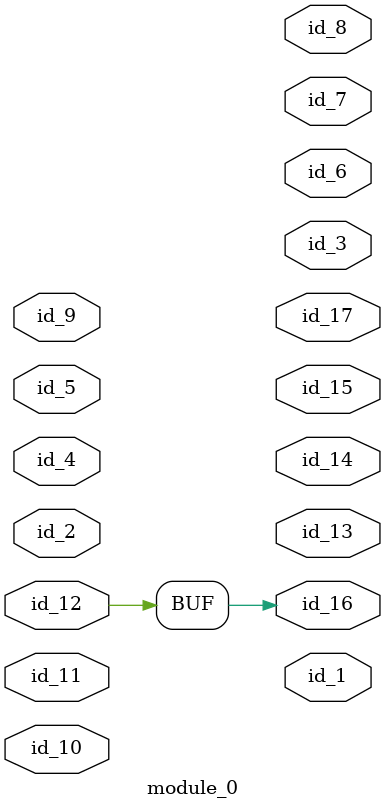
<source format=v>
module module_0 (
    id_1,
    id_2,
    id_3,
    id_4,
    id_5,
    id_6,
    id_7,
    id_8,
    id_9,
    id_10,
    id_11,
    id_12,
    id_13,
    id_14,
    id_15,
    id_16,
    id_17
);
  output id_17;
  output id_16;
  output id_15;
  output id_14;
  output id_13;
  input id_12;
  inout id_11;
  inout id_10;
  inout id_9;
  output id_8;
  output id_7;
  output id_6;
  input id_5;
  inout id_4;
  output id_3;
  inout id_2;
  output id_1;
  assign id_16 = id_12;
endmodule

</source>
